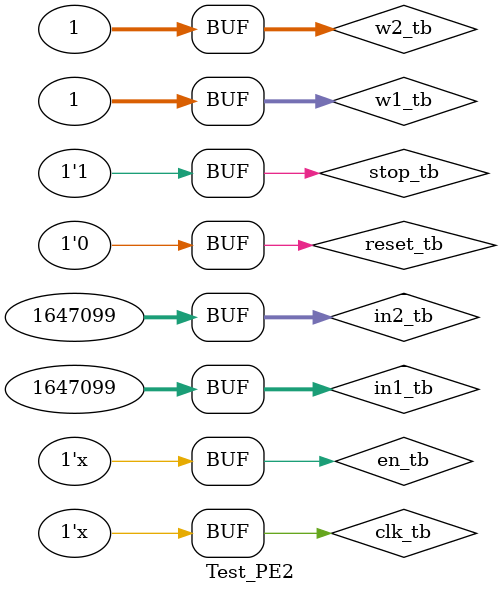
<source format=v>
`timescale 1ns / 1ps
module PE2#(
parameter Q= 15,
parameter N=32
)
(

//Enable signal for PE2 1 bit
input  en,
input clk,

// 2 inputs
input [N-1:0] in1,
input [N-1:0] in2,

//3 weight vectors
input [N-1:0] w1,
input [N-1:0] w2,

// output file
output [N-1:0] out

);

reg [N-1:0] min1;
reg[N-1:0] min2;
reg[N-1:0] win1;
reg[N-1:0] win2;

wire   [N-1:0] add_brdg1;
wire [N-1:0] add_brdg2;

wire [N-1:0] add_out;

wire ov1;
wire ov2;



qmult #(19,32) m1 (
		.clk(clk),
		.i_multiplicand(min1), 
		.i_multiplier(win1), 
		.o_result(add_brdg1),
		.ovr(ov1)
	);
	
	qmult #(19,32) m2 (
		.clk(clk),
		.i_multiplicand(min2), 
		.i_multiplier(win2), 
		.o_result(add_brdg2),
		.ovr(ov2)
	);
	
	
	qadd #(19,32) a1 (
		.clk(clk),
		.a(add_brdg1), 
		.b(add_brdg2), 
		.c(add_out)
	);
	
	always @(posedge clk& en==1) begin
	min1= in1;
	min2= in2;
	win1= w1;
	win2= w2;
	
	end
	
	assign out=add_out;

	endmodule
	
	
//////////
module Test_PE2;
	
	reg clk_tb;
	reg en_tb;
	reg[31:0] in1_tb,in2_tb;
	reg[31:0] w1_tb, w2_tb;
	
	wire [31:0] out_tb;
	
	reg stop_tb , reset_tb ;
	wire [31:0] ticks_tb;

	wire [31:0] total_time;
	
	
	PE2#(19,32) uut(
	.clk(clk_tb),
	.en(en_tb),
	.in1(in1_tb),
	.in2(in2_tb),
	.w1(w1_tb),
	.w2(w2_tb),
	.out(out_tb)
	);
	
	
time_counter t2 (

.clk(clk_tb),
.rst(reset_tb),
.stop(stop_tb),
.ticks(ticks_tb)

);
 assign total_time= ticks_tb;
	
	always begin #10 clk_tb= ~clk_tb;
			#10 en_tb=~en_tb;
	end
	
	initial begin
		$monitor ("%b,%b,%b,%b,%b,%b,%b,%b", in1_tb, in2_tb,w1_tb,w2_tb, out_tb, clk_tb,en_tb,total_time);		//	Monitor the stuff we care about

// Initialize Inputs
		clk_tb=1'b0;
		stop_tb=0;
		reset_tb=1;
		#20 reset_tb=0;
		en_tb=1'b0;
 		in1_tb =  32'b00000000000110010010000111111011;	//pi = 3.141592
		in1_tb [31] = 0;
 		in2_tb =  32'b00000000000110010010000111111011;	//pi = 3.141592
		in2_tb [31] = 0;

		//	weights
		w1_tb[31:0] = 0;   //	i_multiplier sign
		w2_tb[31:0] = 0;

		// Wait 100 ns for global reset to finish
		#10;
		#10 w1_tb[0] = 1;		//	1.91E-6
				w2_tb[0]=1;	

  	end
	
	always @ (out_tb) begin

	stop_tb=1;

	end
	
	endmodule 

	
</source>
